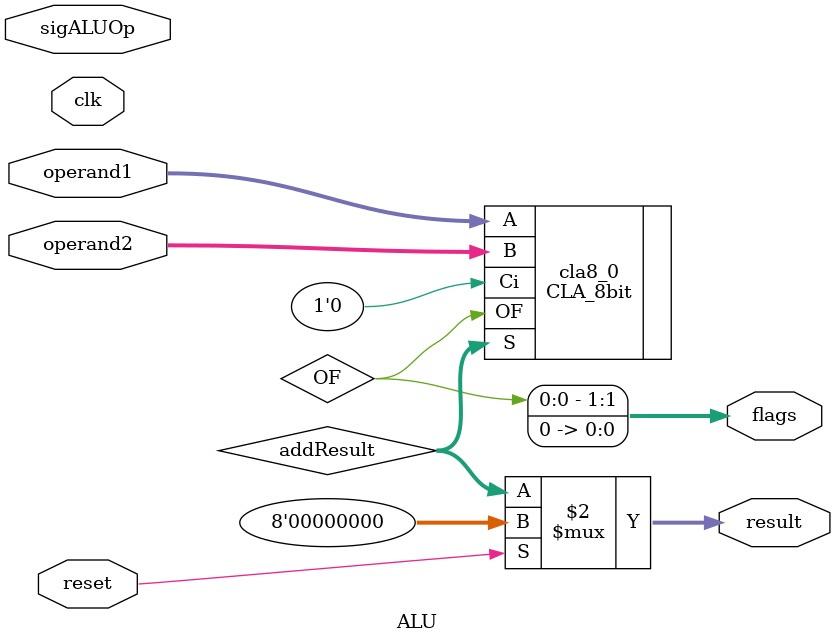
<source format=v>
`timescale 1ns / 1ps

module ALU
  (
   input       reset,
   input       clk,
   input       sigALUOp,
   input [7:0] operand1,
   input [7:0] operand2,
   output [7:0] result,
   output [1:0] flags
   );

   wire         OF;
   wire [7:0]   addResult;

   CLA_8bit cla8_0(.A(operand1), .B(operand2), .Ci(1'b0), .S(addResult), .OF(OF));

   assign result = reset?8'b0:(sigALUOp?addResult:addResult); // for extension
   assign flags = {OF, 1'b0};

endmodule // ALU

</source>
